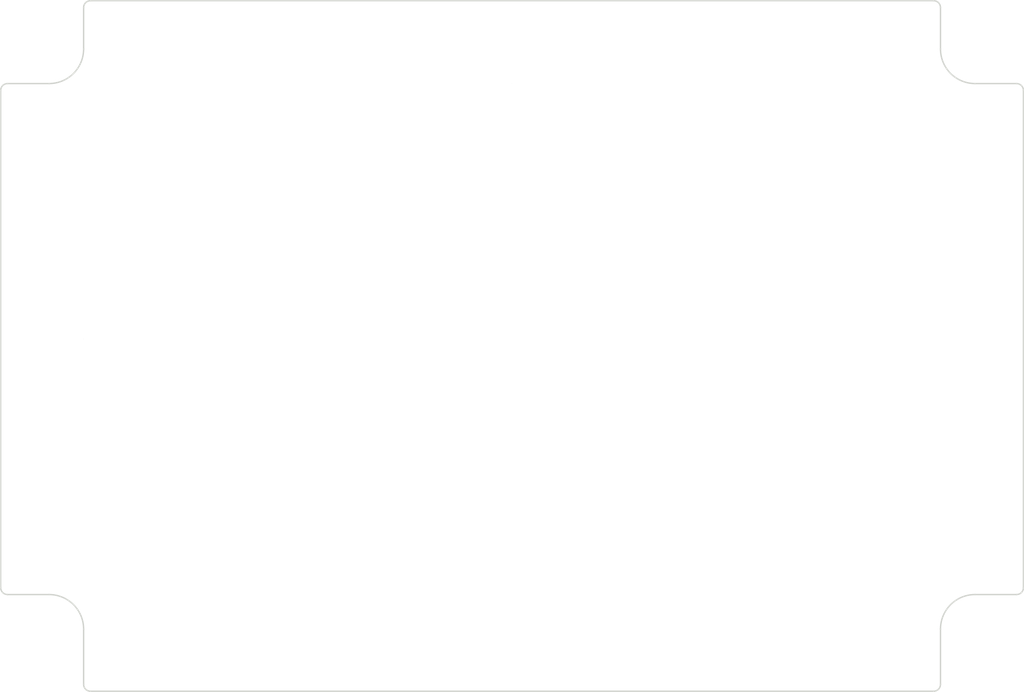
<source format=kicad_pcb>
(kicad_pcb (version 20221018) (generator pcbnew)

  (general
    (thickness 1.6)
  )

  (paper "A4")
  (layers
    (0 "F.Cu" signal)
    (31 "B.Cu" signal)
    (32 "B.Adhes" user "B.Adhesive")
    (33 "F.Adhes" user "F.Adhesive")
    (34 "B.Paste" user)
    (35 "F.Paste" user)
    (36 "B.SilkS" user "B.Silkscreen")
    (37 "F.SilkS" user "F.Silkscreen")
    (38 "B.Mask" user)
    (39 "F.Mask" user)
    (40 "Dwgs.User" user "User.Drawings")
    (41 "Cmts.User" user "User.Comments")
    (42 "Eco1.User" user "User.Eco1")
    (43 "Eco2.User" user "User.Eco2")
    (44 "Edge.Cuts" user)
    (45 "Margin" user)
    (46 "B.CrtYd" user "B.Courtyard")
    (47 "F.CrtYd" user "F.Courtyard")
    (48 "B.Fab" user)
    (49 "F.Fab" user)
    (50 "User.1" user)
    (51 "User.2" user)
    (52 "User.3" user)
    (53 "User.4" user)
    (54 "User.5" user)
    (55 "User.6" user)
    (56 "User.7" user)
    (57 "User.8" user)
    (58 "User.9" user)
  )

  (setup
    (pad_to_mask_clearance 0)
    (pcbplotparams
      (layerselection 0x00010fc_ffffffff)
      (plot_on_all_layers_selection 0x0000000_00000000)
      (disableapertmacros false)
      (usegerberextensions false)
      (usegerberattributes true)
      (usegerberadvancedattributes true)
      (creategerberjobfile true)
      (dashed_line_dash_ratio 12.000000)
      (dashed_line_gap_ratio 3.000000)
      (svgprecision 4)
      (plotframeref false)
      (viasonmask false)
      (mode 1)
      (useauxorigin false)
      (hpglpennumber 1)
      (hpglpenspeed 20)
      (hpglpendiameter 15.000000)
      (dxfpolygonmode true)
      (dxfimperialunits true)
      (dxfusepcbnewfont true)
      (psnegative false)
      (psa4output false)
      (plotreference true)
      (plotvalue true)
      (plotinvisibletext false)
      (sketchpadsonfab false)
      (subtractmaskfromsilk false)
      (outputformat 1)
      (mirror false)
      (drillshape 1)
      (scaleselection 1)
      (outputdirectory "")
    )
  )

  (net 0 "")

  (gr_circle (center 172.744 122.853) (end 176.244 122.853)
    (stroke (width 0.1) (type dash)) (fill none) (layer "Dwgs.User") (tstamp 0a4cb94f-e839-477c-a939-7562225164ff))
  (gr_line (start 178.744 84.878) (end 178.744 121.878)
    (stroke (width 0.1) (type dash)) (layer "Dwgs.User") (tstamp 1ee41347-e3f1-45b9-a75c-cace9263ff8d))
  (gr_line (start 116.744 121.878) (end 178.744 121.878)
    (stroke (width 0.1) (type dash)) (layer "Dwgs.User") (tstamp 21b3cc63-4baa-456a-9f6e-0e3b3c326114))
  (gr_line (start 116.744 84.878) (end 116.744 121.878)
    (stroke (width 0.1) (type dash)) (layer "Dwgs.User") (tstamp 2787d8b4-4cf6-4dd4-abe7-3d123de6a6f4))
  (gr_circle (center 115.769 103.378) (end 119.269 103.378)
    (stroke (width 0.1) (type dash)) (fill none) (layer "Dwgs.User") (tstamp 3503bc59-b5cd-4fe0-8290-3f11a3d7ffdb))
  (gr_circle (center 179.719 103.378) (end 183.219 103.378)
    (stroke (width 0.1) (type dash)) (fill none) (layer "Dwgs.User") (tstamp 468493c6-20d2-4312-8f36-c102132bda1e))
  (gr_line (start 116.744 84.878) (end 178.744 84.878)
    (stroke (width 0.1) (type dash)) (layer "Dwgs.User") (tstamp 533f16f4-2d6f-4030-a8c9-12388a90f4dd))
  (gr_circle (center 122.744 83.903) (end 126.244 83.903)
    (stroke (width 0.1) (type dash)) (fill none) (layer "Dwgs.User") (tstamp a0b88fd3-2403-4b7c-b7dc-fa221d25f8c5))
  (gr_line (start 110.744 103.378) (end 184.758147 103.378)
    (stroke (width 0.1) (type dash)) (layer "Dwgs.User") (tstamp cdc8040c-6eed-4646-97bc-ea262b6d4723))
  (gr_circle (center 172.744 83.903) (end 176.244 83.903)
    (stroke (width 0.1) (type dash)) (fill none) (layer "Dwgs.User") (tstamp de618962-81ed-4646-a322-09d88d58c386))
  (gr_line (start 147.744 78.878) (end 147.744 128.878)
    (stroke (width 0.1) (type dash)) (layer "Dwgs.User") (tstamp eb4bd5b1-816d-4f3d-8e13-c6453d46b229))
  (gr_circle (center 122.744 122.853) (end 126.244 122.853)
    (stroke (width 0.1) (type dash)) (fill none) (layer "Dwgs.User") (tstamp ecb39bbb-a094-44a3-b6af-67bb29a85153))
  (gr_line (start 181.244 121.878) (end 184.244 121.878)
    (stroke (width 0.1) (type solid)) (layer "Edge.Cuts") (tstamp 0d38f3da-a8f5-4855-82a2-4befd4bda5c9))
  (gr_arc (start 184.744 121.378) (mid 184.597553 121.731553) (end 184.244 121.878)
    (stroke (width 0.1) (type solid)) (layer "Edge.Cuts") (tstamp 23ab80cd-12a7-4dc8-a84e-ebe8e845c10a))
  (gr_line (start 184.744 121.378) (end 184.744 85.378)
    (stroke (width 0.1) (type solid)) (layer "Edge.Cuts") (tstamp 36c3a51b-4729-4482-b804-aed2979c16fb))
  (gr_line (start 114.244 121.878) (end 111.244 121.878)
    (stroke (width 0.1) (type solid)) (layer "Edge.Cuts") (tstamp 3f126fa6-944b-4ed1-a89c-c218b59b714c))
  (gr_arc (start 111.244 121.878) (mid 110.890447 121.731553) (end 110.744 121.378)
    (stroke (width 0.1) (type solid)) (layer "Edge.Cuts") (tstamp 42262f38-5fd8-4654-9ee7-263b36258225))
  (gr_circle (center 147.744 78.878) (end 147.754 78.878)
    (stroke (width 0.0001) (type solid)) (fill solid) (layer "Edge.Cuts") (tstamp 4a341f9b-63a5-4579-8dca-3bdb68e13276))
  (gr_arc (start 184.244 84.878) (mid 184.597553 85.024447) (end 184.744 85.378)
    (stroke (width 0.1) (type solid)) (layer "Edge.Cuts") (tstamp 53ccad28-f46f-4dda-b793-9ee10d2ac4f0))
  (gr_line (start 116.744 82.378) (end 116.744 79.378)
    (stroke (width 0.1) (type solid)) (layer "Edge.Cuts") (tstamp 56c381b7-617b-4bbf-ae5e-348290b07f0b))
  (gr_arc (start 110.744 85.378) (mid 110.890447 85.024447) (end 111.244 84.878)
    (stroke (width 0.1) (type solid)) (layer "Edge.Cuts") (tstamp 57da22fe-2b66-46f4-9868-4169dbd02885))
  (gr_arc (start 178.244 78.878) (mid 178.597553 79.024447) (end 178.744 79.378)
    (stroke (width 0.1) (type solid)) (layer "Edge.Cuts") (tstamp 67d6d693-d98a-4ec5-ba66-459e0b0c3411))
  (gr_arc (start 181.244 84.878) (mid 179.476233 84.145767) (end 178.744 82.378)
    (stroke (width 0.1) (type solid)) (layer "Edge.Cuts") (tstamp 69c88429-6ff0-4e27-87f3-c93440ae8978))
  (gr_arc (start 117.244 128.878) (mid 116.890447 128.731553) (end 116.744 128.378)
    (stroke (width 0.1) (type solid)) (layer "Edge.Cuts") (tstamp 7206e5f8-c263-4168-b7af-d9d53873633c))
  (gr_arc (start 116.744 79.378) (mid 116.890447 79.024447) (end 117.244 78.878)
    (stroke (width 0.1) (type solid)) (layer "Edge.Cuts") (tstamp 72ce88d4-1c00-417c-905c-8034188ac612))
  (gr_circle (center 147.744 84.878) (end 147.754 84.878)
    (stroke (width 0.0001) (type solid)) (fill solid) (layer "Edge.Cuts") (tstamp 8495891f-461a-4c12-adf9-3ae5ff039ec3))
  (gr_circle (center 116.744 103.378) (end 116.754 103.378)
    (stroke (width 0.0001) (type solid)) (fill solid) (layer "Edge.Cuts") (tstamp 89dac548-acf8-48e0-b512-4a289831e50f))
  (gr_arc (start 178.744 128.378) (mid 178.597553 128.731553) (end 178.244 128.878)
    (stroke (width 0.1) (type solid)) (layer "Edge.Cuts") (tstamp 94ad652f-5e00-40d9-b6a7-c88c33e66b5d))
  (gr_line (start 117.244 128.878) (end 178.244 128.878)
    (stroke (width 0.1) (type solid)) (layer "Edge.Cuts") (tstamp 9a57aace-dd96-404c-958c-efc5ef8aaff6))
  (gr_line (start 114.244 84.878) (end 111.244 84.878)
    (stroke (width 0.1) (type solid)) (layer "Edge.Cuts") (tstamp 9c932130-967d-4f63-b797-a8ca6ab729d0))
  (gr_arc (start 178.744 124.378) (mid 179.476233 122.610233) (end 181.244 121.878)
    (stroke (width 0.1) (type solid)) (layer "Edge.Cuts") (tstamp 9e24123e-0fee-4089-90b2-013b9eab0ac2))
  (gr_circle (center 110.744 103.378) (end 110.754 103.378)
    (stroke (width 0.0001) (type solid)) (fill solid) (layer "Edge.Cuts") (tstamp a1b88817-07c2-4554-8335-13189afad5b1))
  (gr_line (start 181.244 84.878) (end 184.244 84.878)
    (stroke (width 0.1) (type solid)) (layer "Edge.Cuts") (tstamp a7688cdf-5a34-4e21-b9f8-57e820dcb759))
  (gr_line (start 178.744 79.378) (end 178.744 82.378)
    (stroke (width 0.1) (type solid)) (layer "Edge.Cuts") (tstamp c35ab32e-8e20-4d8e-87bb-8bca01c670d4))
  (gr_line (start 117.244 78.878) (end 178.244 78.878)
    (stroke (width 0.1) (type solid)) (layer "Edge.Cuts") (tstamp ca8f79ca-6148-458c-b989-63d82c0fb007))
  (gr_line (start 178.744 124.378) (end 178.744 128.378)
    (stroke (width 0.1) (type solid)) (layer "Edge.Cuts") (tstamp d17567c6-386b-4d78-8b8e-17cb39d9c38a))
  (gr_arc (start 116.744 82.378) (mid 116.011767 84.145767) (end 114.244 84.878)
    (stroke (width 0.1) (type solid)) (layer "Edge.Cuts") (tstamp df4e1759-734a-450b-8d87-06b291491552))
  (gr_line (start 116.744 124.378) (end 116.744 128.378)
    (stroke (width 0.1) (type solid)) (layer "Edge.Cuts") (tstamp e6d85506-8a6e-4909-9949-df2f7b8de089))
  (gr_line (start 110.744 121.378) (end 110.744 85.378)
    (stroke (width 0.1) (type solid)) (layer "Edge.Cuts") (tstamp ed54e191-7f72-4c08-9666-334b0a55e358))
  (gr_arc (start 114.244 121.878) (mid 116.011767 122.610233) (end 116.744 124.378)
    (stroke (width 0.1) (type solid)) (layer "Edge.Cuts") (tstamp fbfd7f4d-4b9d-4d71-9fd4-e237bbf4ae1a))

  (group "" (id 14ce0687-4842-458b-954b-d5295a851e80)
    (members
      0a4cb94f-e839-477c-a939-7562225164ff
      0d38f3da-a8f5-4855-82a2-4befd4bda5c9
      1ee41347-e3f1-45b9-a75c-cace9263ff8d
      21b3cc63-4baa-456a-9f6e-0e3b3c326114
      23ab80cd-12a7-4dc8-a84e-ebe8e845c10a
      2787d8b4-4cf6-4dd4-abe7-3d123de6a6f4
      3503bc59-b5cd-4fe0-8290-3f11a3d7ffdb
      36c3a51b-4729-4482-b804-aed2979c16fb
      3f126fa6-944b-4ed1-a89c-c218b59b714c
      42262f38-5fd8-4654-9ee7-263b36258225
      468493c6-20d2-4312-8f36-c102132bda1e
      4a341f9b-63a5-4579-8dca-3bdb68e13276
      533f16f4-2d6f-4030-a8c9-12388a90f4dd
      53ccad28-f46f-4dda-b793-9ee10d2ac4f0
      56c381b7-617b-4bbf-ae5e-348290b07f0b
      57da22fe-2b66-46f4-9868-4169dbd02885
      67d6d693-d98a-4ec5-ba66-459e0b0c3411
      69c88429-6ff0-4e27-87f3-c93440ae8978
      7206e5f8-c263-4168-b7af-d9d53873633c
      72ce88d4-1c00-417c-905c-8034188ac612
      8495891f-461a-4c12-adf9-3ae5ff039ec3
      89dac548-acf8-48e0-b512-4a289831e50f
      94ad652f-5e00-40d9-b6a7-c88c33e66b5d
      9a57aace-dd96-404c-958c-efc5ef8aaff6
      9c932130-967d-4f63-b797-a8ca6ab729d0
      9e24123e-0fee-4089-90b2-013b9eab0ac2
      a0b88fd3-2403-4b7c-b7dc-fa221d25f8c5
      a1b88817-07c2-4554-8335-13189afad5b1
      a7688cdf-5a34-4e21-b9f8-57e820dcb759
      c35ab32e-8e20-4d8e-87bb-8bca01c670d4
      ca8f79ca-6148-458c-b989-63d82c0fb007
      cdc8040c-6eed-4646-97bc-ea262b6d4723
      d17567c6-386b-4d78-8b8e-17cb39d9c38a
      de618962-81ed-4646-a322-09d88d58c386
      df4e1759-734a-450b-8d87-06b291491552
      e6d85506-8a6e-4909-9949-df2f7b8de089
      eb4bd5b1-816d-4f3d-8e13-c6453d46b229
      ecb39bbb-a094-44a3-b6af-67bb29a85153
      ed54e191-7f72-4c08-9666-334b0a55e358
      fbfd7f4d-4b9d-4d71-9fd4-e237bbf4ae1a
    )
  )
)

</source>
